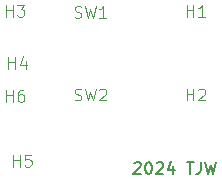
<source format=gbr>
%TF.GenerationSoftware,KiCad,Pcbnew,8.0.7*%
%TF.CreationDate,2024-12-30T14:37:26-05:00*%
%TF.ProjectId,SwitchBoard,53776974-6368-4426-9f61-72642e6b6963,rev?*%
%TF.SameCoordinates,Original*%
%TF.FileFunction,Legend,Top*%
%TF.FilePolarity,Positive*%
%FSLAX46Y46*%
G04 Gerber Fmt 4.6, Leading zero omitted, Abs format (unit mm)*
G04 Created by KiCad (PCBNEW 8.0.7) date 2024-12-30 14:37:26*
%MOMM*%
%LPD*%
G01*
G04 APERTURE LIST*
%ADD10C,0.150000*%
%ADD11C,0.100000*%
G04 APERTURE END LIST*
D10*
X170489160Y-73565057D02*
X170536779Y-73517438D01*
X170536779Y-73517438D02*
X170632017Y-73469819D01*
X170632017Y-73469819D02*
X170870112Y-73469819D01*
X170870112Y-73469819D02*
X170965350Y-73517438D01*
X170965350Y-73517438D02*
X171012969Y-73565057D01*
X171012969Y-73565057D02*
X171060588Y-73660295D01*
X171060588Y-73660295D02*
X171060588Y-73755533D01*
X171060588Y-73755533D02*
X171012969Y-73898390D01*
X171012969Y-73898390D02*
X170441541Y-74469819D01*
X170441541Y-74469819D02*
X171060588Y-74469819D01*
X171679636Y-73469819D02*
X171774874Y-73469819D01*
X171774874Y-73469819D02*
X171870112Y-73517438D01*
X171870112Y-73517438D02*
X171917731Y-73565057D01*
X171917731Y-73565057D02*
X171965350Y-73660295D01*
X171965350Y-73660295D02*
X172012969Y-73850771D01*
X172012969Y-73850771D02*
X172012969Y-74088866D01*
X172012969Y-74088866D02*
X171965350Y-74279342D01*
X171965350Y-74279342D02*
X171917731Y-74374580D01*
X171917731Y-74374580D02*
X171870112Y-74422200D01*
X171870112Y-74422200D02*
X171774874Y-74469819D01*
X171774874Y-74469819D02*
X171679636Y-74469819D01*
X171679636Y-74469819D02*
X171584398Y-74422200D01*
X171584398Y-74422200D02*
X171536779Y-74374580D01*
X171536779Y-74374580D02*
X171489160Y-74279342D01*
X171489160Y-74279342D02*
X171441541Y-74088866D01*
X171441541Y-74088866D02*
X171441541Y-73850771D01*
X171441541Y-73850771D02*
X171489160Y-73660295D01*
X171489160Y-73660295D02*
X171536779Y-73565057D01*
X171536779Y-73565057D02*
X171584398Y-73517438D01*
X171584398Y-73517438D02*
X171679636Y-73469819D01*
X172393922Y-73565057D02*
X172441541Y-73517438D01*
X172441541Y-73517438D02*
X172536779Y-73469819D01*
X172536779Y-73469819D02*
X172774874Y-73469819D01*
X172774874Y-73469819D02*
X172870112Y-73517438D01*
X172870112Y-73517438D02*
X172917731Y-73565057D01*
X172917731Y-73565057D02*
X172965350Y-73660295D01*
X172965350Y-73660295D02*
X172965350Y-73755533D01*
X172965350Y-73755533D02*
X172917731Y-73898390D01*
X172917731Y-73898390D02*
X172346303Y-74469819D01*
X172346303Y-74469819D02*
X172965350Y-74469819D01*
X173822493Y-73803152D02*
X173822493Y-74469819D01*
X173584398Y-73422200D02*
X173346303Y-74136485D01*
X173346303Y-74136485D02*
X173965350Y-74136485D01*
X174965351Y-73469819D02*
X175536779Y-73469819D01*
X175251065Y-74469819D02*
X175251065Y-73469819D01*
X176155827Y-73469819D02*
X176155827Y-74184104D01*
X176155827Y-74184104D02*
X176108208Y-74326961D01*
X176108208Y-74326961D02*
X176012970Y-74422200D01*
X176012970Y-74422200D02*
X175870113Y-74469819D01*
X175870113Y-74469819D02*
X175774875Y-74469819D01*
X176536780Y-73469819D02*
X176774875Y-74469819D01*
X176774875Y-74469819D02*
X176965351Y-73755533D01*
X176965351Y-73755533D02*
X177155827Y-74469819D01*
X177155827Y-74469819D02*
X177393923Y-73469819D01*
D11*
X159838095Y-65557419D02*
X159838095Y-64557419D01*
X159838095Y-65033609D02*
X160409523Y-65033609D01*
X160409523Y-65557419D02*
X160409523Y-64557419D01*
X161314285Y-64890752D02*
X161314285Y-65557419D01*
X161076190Y-64509800D02*
X160838095Y-65224085D01*
X160838095Y-65224085D02*
X161457142Y-65224085D01*
X174938095Y-61157419D02*
X174938095Y-60157419D01*
X174938095Y-60633609D02*
X175509523Y-60633609D01*
X175509523Y-61157419D02*
X175509523Y-60157419D01*
X176509523Y-61157419D02*
X175938095Y-61157419D01*
X176223809Y-61157419D02*
X176223809Y-60157419D01*
X176223809Y-60157419D02*
X176128571Y-60300276D01*
X176128571Y-60300276D02*
X176033333Y-60395514D01*
X176033333Y-60395514D02*
X175938095Y-60443133D01*
X159638095Y-68357419D02*
X159638095Y-67357419D01*
X159638095Y-67833609D02*
X160209523Y-67833609D01*
X160209523Y-68357419D02*
X160209523Y-67357419D01*
X161114285Y-67357419D02*
X160923809Y-67357419D01*
X160923809Y-67357419D02*
X160828571Y-67405038D01*
X160828571Y-67405038D02*
X160780952Y-67452657D01*
X160780952Y-67452657D02*
X160685714Y-67595514D01*
X160685714Y-67595514D02*
X160638095Y-67785990D01*
X160638095Y-67785990D02*
X160638095Y-68166942D01*
X160638095Y-68166942D02*
X160685714Y-68262180D01*
X160685714Y-68262180D02*
X160733333Y-68309800D01*
X160733333Y-68309800D02*
X160828571Y-68357419D01*
X160828571Y-68357419D02*
X161019047Y-68357419D01*
X161019047Y-68357419D02*
X161114285Y-68309800D01*
X161114285Y-68309800D02*
X161161904Y-68262180D01*
X161161904Y-68262180D02*
X161209523Y-68166942D01*
X161209523Y-68166942D02*
X161209523Y-67928847D01*
X161209523Y-67928847D02*
X161161904Y-67833609D01*
X161161904Y-67833609D02*
X161114285Y-67785990D01*
X161114285Y-67785990D02*
X161019047Y-67738371D01*
X161019047Y-67738371D02*
X160828571Y-67738371D01*
X160828571Y-67738371D02*
X160733333Y-67785990D01*
X160733333Y-67785990D02*
X160685714Y-67833609D01*
X160685714Y-67833609D02*
X160638095Y-67928847D01*
X160238095Y-73857419D02*
X160238095Y-72857419D01*
X160238095Y-73333609D02*
X160809523Y-73333609D01*
X160809523Y-73857419D02*
X160809523Y-72857419D01*
X161761904Y-72857419D02*
X161285714Y-72857419D01*
X161285714Y-72857419D02*
X161238095Y-73333609D01*
X161238095Y-73333609D02*
X161285714Y-73285990D01*
X161285714Y-73285990D02*
X161380952Y-73238371D01*
X161380952Y-73238371D02*
X161619047Y-73238371D01*
X161619047Y-73238371D02*
X161714285Y-73285990D01*
X161714285Y-73285990D02*
X161761904Y-73333609D01*
X161761904Y-73333609D02*
X161809523Y-73428847D01*
X161809523Y-73428847D02*
X161809523Y-73666942D01*
X161809523Y-73666942D02*
X161761904Y-73762180D01*
X161761904Y-73762180D02*
X161714285Y-73809800D01*
X161714285Y-73809800D02*
X161619047Y-73857419D01*
X161619047Y-73857419D02*
X161380952Y-73857419D01*
X161380952Y-73857419D02*
X161285714Y-73809800D01*
X161285714Y-73809800D02*
X161238095Y-73762180D01*
X165466667Y-61209800D02*
X165609524Y-61257419D01*
X165609524Y-61257419D02*
X165847619Y-61257419D01*
X165847619Y-61257419D02*
X165942857Y-61209800D01*
X165942857Y-61209800D02*
X165990476Y-61162180D01*
X165990476Y-61162180D02*
X166038095Y-61066942D01*
X166038095Y-61066942D02*
X166038095Y-60971704D01*
X166038095Y-60971704D02*
X165990476Y-60876466D01*
X165990476Y-60876466D02*
X165942857Y-60828847D01*
X165942857Y-60828847D02*
X165847619Y-60781228D01*
X165847619Y-60781228D02*
X165657143Y-60733609D01*
X165657143Y-60733609D02*
X165561905Y-60685990D01*
X165561905Y-60685990D02*
X165514286Y-60638371D01*
X165514286Y-60638371D02*
X165466667Y-60543133D01*
X165466667Y-60543133D02*
X165466667Y-60447895D01*
X165466667Y-60447895D02*
X165514286Y-60352657D01*
X165514286Y-60352657D02*
X165561905Y-60305038D01*
X165561905Y-60305038D02*
X165657143Y-60257419D01*
X165657143Y-60257419D02*
X165895238Y-60257419D01*
X165895238Y-60257419D02*
X166038095Y-60305038D01*
X166371429Y-60257419D02*
X166609524Y-61257419D01*
X166609524Y-61257419D02*
X166800000Y-60543133D01*
X166800000Y-60543133D02*
X166990476Y-61257419D01*
X166990476Y-61257419D02*
X167228572Y-60257419D01*
X168133333Y-61257419D02*
X167561905Y-61257419D01*
X167847619Y-61257419D02*
X167847619Y-60257419D01*
X167847619Y-60257419D02*
X167752381Y-60400276D01*
X167752381Y-60400276D02*
X167657143Y-60495514D01*
X167657143Y-60495514D02*
X167561905Y-60543133D01*
X159638095Y-61157419D02*
X159638095Y-60157419D01*
X159638095Y-60633609D02*
X160209523Y-60633609D01*
X160209523Y-61157419D02*
X160209523Y-60157419D01*
X160590476Y-60157419D02*
X161209523Y-60157419D01*
X161209523Y-60157419D02*
X160876190Y-60538371D01*
X160876190Y-60538371D02*
X161019047Y-60538371D01*
X161019047Y-60538371D02*
X161114285Y-60585990D01*
X161114285Y-60585990D02*
X161161904Y-60633609D01*
X161161904Y-60633609D02*
X161209523Y-60728847D01*
X161209523Y-60728847D02*
X161209523Y-60966942D01*
X161209523Y-60966942D02*
X161161904Y-61062180D01*
X161161904Y-61062180D02*
X161114285Y-61109800D01*
X161114285Y-61109800D02*
X161019047Y-61157419D01*
X161019047Y-61157419D02*
X160733333Y-61157419D01*
X160733333Y-61157419D02*
X160638095Y-61109800D01*
X160638095Y-61109800D02*
X160590476Y-61062180D01*
X174938095Y-68257419D02*
X174938095Y-67257419D01*
X174938095Y-67733609D02*
X175509523Y-67733609D01*
X175509523Y-68257419D02*
X175509523Y-67257419D01*
X175938095Y-67352657D02*
X175985714Y-67305038D01*
X175985714Y-67305038D02*
X176080952Y-67257419D01*
X176080952Y-67257419D02*
X176319047Y-67257419D01*
X176319047Y-67257419D02*
X176414285Y-67305038D01*
X176414285Y-67305038D02*
X176461904Y-67352657D01*
X176461904Y-67352657D02*
X176509523Y-67447895D01*
X176509523Y-67447895D02*
X176509523Y-67543133D01*
X176509523Y-67543133D02*
X176461904Y-67685990D01*
X176461904Y-67685990D02*
X175890476Y-68257419D01*
X175890476Y-68257419D02*
X176509523Y-68257419D01*
X165466667Y-68209800D02*
X165609524Y-68257419D01*
X165609524Y-68257419D02*
X165847619Y-68257419D01*
X165847619Y-68257419D02*
X165942857Y-68209800D01*
X165942857Y-68209800D02*
X165990476Y-68162180D01*
X165990476Y-68162180D02*
X166038095Y-68066942D01*
X166038095Y-68066942D02*
X166038095Y-67971704D01*
X166038095Y-67971704D02*
X165990476Y-67876466D01*
X165990476Y-67876466D02*
X165942857Y-67828847D01*
X165942857Y-67828847D02*
X165847619Y-67781228D01*
X165847619Y-67781228D02*
X165657143Y-67733609D01*
X165657143Y-67733609D02*
X165561905Y-67685990D01*
X165561905Y-67685990D02*
X165514286Y-67638371D01*
X165514286Y-67638371D02*
X165466667Y-67543133D01*
X165466667Y-67543133D02*
X165466667Y-67447895D01*
X165466667Y-67447895D02*
X165514286Y-67352657D01*
X165514286Y-67352657D02*
X165561905Y-67305038D01*
X165561905Y-67305038D02*
X165657143Y-67257419D01*
X165657143Y-67257419D02*
X165895238Y-67257419D01*
X165895238Y-67257419D02*
X166038095Y-67305038D01*
X166371429Y-67257419D02*
X166609524Y-68257419D01*
X166609524Y-68257419D02*
X166800000Y-67543133D01*
X166800000Y-67543133D02*
X166990476Y-68257419D01*
X166990476Y-68257419D02*
X167228572Y-67257419D01*
X167561905Y-67352657D02*
X167609524Y-67305038D01*
X167609524Y-67305038D02*
X167704762Y-67257419D01*
X167704762Y-67257419D02*
X167942857Y-67257419D01*
X167942857Y-67257419D02*
X168038095Y-67305038D01*
X168038095Y-67305038D02*
X168085714Y-67352657D01*
X168085714Y-67352657D02*
X168133333Y-67447895D01*
X168133333Y-67447895D02*
X168133333Y-67543133D01*
X168133333Y-67543133D02*
X168085714Y-67685990D01*
X168085714Y-67685990D02*
X167514286Y-68257419D01*
X167514286Y-68257419D02*
X168133333Y-68257419D01*
M02*

</source>
